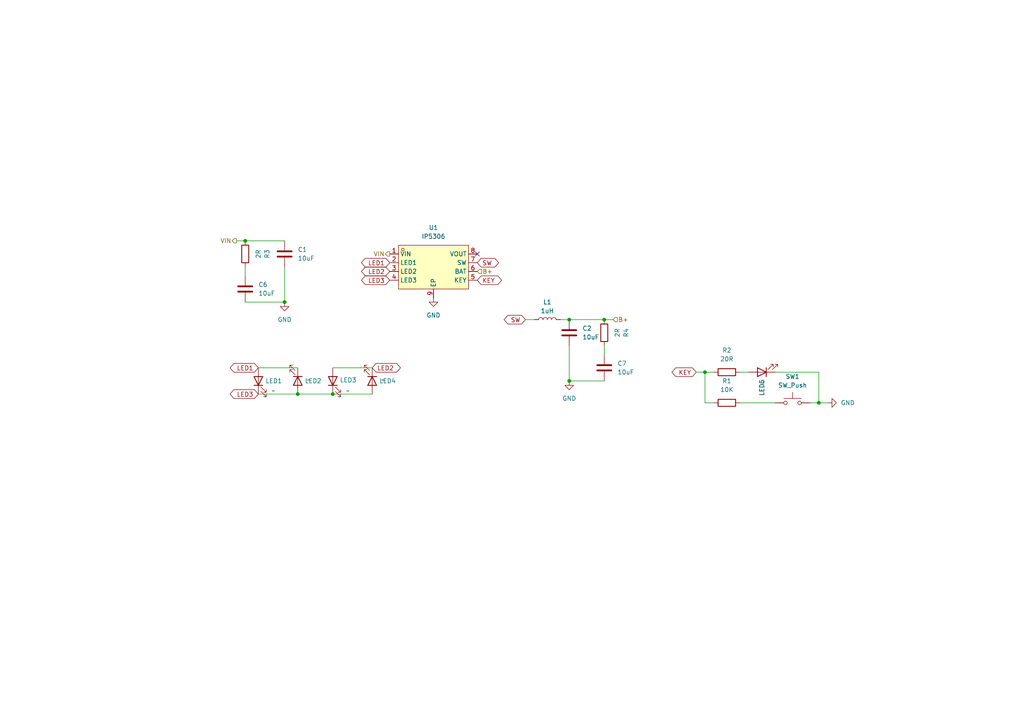
<source format=kicad_sch>
(kicad_sch (version 20231120) (generator "eeschema") (generator_version "8.0")
  (paper "A4")
  (lib_symbols
    (symbol "Device:C" (pin_numbers hide) (pin_names (offset 0.254))
      (property "Reference" "C" (at 0.635 2.54 0))
      (property "Value" "C" (at 0.635 -2.54 0))
      (symbol "C_0_1"
        (polyline (pts (xy -2.032 -0.762) (xy 2.032 -0.762)) (stroke (width 0.508)))
        (polyline (pts (xy -2.032 0.762) (xy 2.032 0.762)) (stroke (width 0.508)))
      )
      (symbol "C_1_1"
        (pin passive line (at 0 3.81 270) (length 2.794) (name "~") (number "1"))
        (pin passive line (at 0 -3.81 90) (length 2.794) (name "~") (number "2"))
      )
    )
    (symbol "Device:L" (pin_numbers hide) (pin_names (offset 1.016) hide)
      (property "Reference" "L" (at -1.27 0 90))
      (property "Value" "L" (at 1.905 0 90))
      (symbol "L_0_1"
        (arc (start 0 -2.54) (mid 0.6323 -1.905) (end 0 -1.27))
        (arc (start 0 -1.27) (mid 0.6323 -0.635) (end 0 0))
        (arc (start 0 0) (mid 0.6323 0.635) (end 0 1.27))
        (arc (start 0 1.27) (mid 0.6323 1.905) (end 0 2.54))
      )
      (symbol "L_1_1"
        (pin passive line (at 0 3.81 270) (length 1.27) (name "1") (number "1"))
        (pin passive line (at 0 -3.81 90) (length 1.27) (name "2") (number "2"))
      )
    )
    (symbol "Device:LED" (pin_numbers hide) (pin_names (offset 1.016) hide)
      (property "Reference" "D" (at 0 2.54 0))
      (property "Value" "LED" (at 0 -2.54 0))
      (symbol "LED_0_1"
        (polyline (pts (xy -1.27 -1.27) (xy -1.27 1.27)) (stroke (width 0.254)))
        (polyline (pts (xy -1.27 0) (xy 1.27 0)))
        (polyline (pts (xy 1.27 -1.27) (xy 1.27 1.27) (xy -1.27 0) (xy 1.27 -1.27)) (stroke (width 0.254)))
        (polyline (pts (xy -3.048 -0.762) (xy -4.572 -2.286) (xy -3.81 -2.286) (xy -4.572 -2.286) (xy -4.572 -1.524)))
        (polyline (pts (xy -1.778 -0.762) (xy -3.302 -2.286) (xy -2.54 -2.286) (xy -3.302 -2.286) (xy -3.302 -1.524)))
      )
      (symbol "LED_1_1"
        (pin passive line (at -3.81 0 0) (length 2.54) (name "K") (number "1"))
        (pin passive line (at 3.81 0 180) (length 2.54) (name "A") (number "2"))
      )
    )
    (symbol "Device:R" (pin_numbers hide) (pin_names (offset 0))
      (property "Reference" "R" (at 2.032 0 90))
      (property "Value" "R" (at 0 0 90))
      (symbol "R_0_1"
        (rectangle (start -1.016 -2.54) (end 1.016 2.54) (stroke (width 0.254)))
      )
      (symbol "R_1_1"
        (pin passive line (at 0 3.81 270) (length 1.27) (name "~") (number "1"))
        (pin passive line (at 0 -3.81 90) (length 1.27) (name "~") (number "2"))
      )
    )
    (symbol "Switch:SW_Push" (pin_numbers hide) (pin_names (offset 1.016) hide)
      (property "Reference" "SW" (at 1.27 2.54 0))
      (property "Value" "SW_Push" (at 0 -1.524 0))
      (symbol "SW_Push_0_1"
        (circle (center -2.032 0) (radius 0.508))
        (polyline (pts (xy 0 1.27) (xy 0 3.048)))
        (polyline (pts (xy 2.54 1.27) (xy -2.54 1.27)))
        (circle (center 2.032 0) (radius 0.508))
        (pin passive line (at -5.08 0 0) (length 2.54) (name "1") (number "1"))
        (pin passive line (at 5.08 0 180) (length 2.54) (name "2") (number "2"))
      )
    )
    (symbol "lcsc:IP5306"
      (property "Reference" "U" (at 0 7.366 0))
      (property "Value" "IP5306" (at -0.254 5.08 0))
      (symbol "IP5306_0_1"
        (rectangle (start -10.16 2.54) (end 10.16 -10.16) (fill (type background)))
        (circle (center -8.89 1.27) (radius 0.38))
      )
      (symbol "IP5306_1_1"
        (pin power_in line (at -12.7 0 0) (length 2.54) (name "VIN") (number "1"))
        (pin bidirectional line (at -12.7 -2.54 0) (length 2.54) (name "LED1") (number "2"))
        (pin bidirectional line (at -12.7 -5.08 0) (length 2.54) (name "LED2") (number "3"))
        (pin bidirectional line (at -12.7 -7.62 0) (length 2.54) (name "LED3") (number "4"))
        (pin passive line (at 12.7 -7.62 180) (length 2.54) (name "KEY") (number "5"))
        (pin passive line (at 12.7 -5.08 180) (length 2.54) (name "BAT") (number "6"))
        (pin passive line (at 12.7 -2.54 180) (length 2.54) (name "SW") (number "7"))
        (pin power_out line (at 12.7 0 180) (length 2.54) (name "VOUT") (number "8"))
        (pin power_in line (at 0 -12.7 90) (length 2.54) (name "EP") (number "9"))
      )
    )
    (symbol "power:GND" (power) (pin_numbers hide) (pin_names (offset 0) hide)
      (property "Value" "GND" (at 0 -3.81 0))
      (symbol "GND_0_1"
        (polyline (pts (xy 0 0) (xy 0 -1.27) (xy 1.27 -1.27) (xy 0 -2.54) (xy -1.27 -1.27) (xy 0 -1.27)))
      )
      (symbol "GND_1_1"
        (pin power_in line (at 0 0 270) (length 0) (name "~") (number "1"))
      )
    )
  )
  (junction (at 165.1 110.49))
  (junction (at 204.47 107.95))
  (junction (at 71.12 69.85))
  (junction (at 96.52 114.3))
  (junction (at 175.26 92.71))
  (junction (at 165.1 92.71))
  (junction (at 86.36 114.3))
  (junction (at 237.49 116.84))
  (junction (at 82.55 87.63))
  (no_connect (at 138.43 73.66))
  (wire (pts (xy 86.36 114.3) (xy 96.52 114.3)))
  (wire (pts (xy 224.79 107.95) (xy 237.49 107.95)))
  (wire (pts (xy 175.26 102.87) (xy 175.26 100.33)))
  (wire (pts (xy 71.12 69.85) (xy 82.55 69.85)))
  (wire (pts (xy 74.93 106.68) (xy 86.36 106.68)))
  (wire (pts (xy 82.55 87.63) (xy 82.55 77.47)))
  (wire (pts (xy 217.17 107.95) (xy 214.63 107.95)))
  (wire (pts (xy 71.12 87.63) (xy 82.55 87.63)))
  (wire (pts (xy 214.63 116.84) (xy 224.79 116.84)))
  (wire (pts (xy 201.93 107.95) (xy 204.47 107.95)))
  (wire (pts (xy 204.47 107.95) (xy 207.01 107.95)))
  (wire (pts (xy 204.47 116.84) (xy 204.47 107.95)))
  (wire (pts (xy 68.58 69.85) (xy 71.12 69.85)))
  (wire (pts (xy 165.1 92.71) (xy 175.26 92.71)))
  (wire (pts (xy 96.52 106.68) (xy 107.95 106.68)))
  (wire (pts (xy 175.26 92.71) (xy 177.8 92.71)))
  (wire (pts (xy 165.1 100.33) (xy 165.1 110.49)))
  (wire (pts (xy 96.52 114.3) (xy 107.95 114.3)))
  (wire (pts (xy 165.1 110.49) (xy 175.26 110.49)))
  (wire (pts (xy 74.93 114.3) (xy 86.36 114.3)))
  (wire (pts (xy 237.49 107.95) (xy 237.49 116.84)))
  (wire (pts (xy 71.12 80.01) (xy 71.12 77.47)))
  (wire (pts (xy 152.4 92.71) (xy 154.94 92.71)))
  (wire (pts (xy 237.49 116.84) (xy 234.95 116.84)))
  (wire (pts (xy 162.56 92.71) (xy 165.1 92.71)))
  (wire (pts (xy 240.03 116.84) (xy 237.49 116.84)))
  (wire (pts (xy 207.01 116.84) (xy 204.47 116.84)))
  (global_label "LED2" (shape bidirectional) (at 107.95 106.68 0) (property "Intersheetrefs" "${INTERSHEET_REFS}" (effects (hide yes))))
  (global_label "LED3" (shape bidirectional) (at 74.93 114.3 180) (property "Intersheetrefs" "${INTERSHEET_REFS}" (effects (hide yes))))
  (global_label "LED2" (shape bidirectional) (at 113.03 78.74 180) (property "Intersheetrefs" "${INTERSHEET_REFS}" (effects (hide yes))))
  (global_label "LED1" (shape bidirectional) (at 74.93 106.68 180) (property "Intersheetrefs" "${INTERSHEET_REFS}" (effects (hide yes))))
  (global_label "SW" (shape bidirectional) (at 152.4 92.71 180) (property "Intersheetrefs" "${INTERSHEET_REFS}" (effects (hide yes))))
  (global_label "SW" (shape bidirectional) (at 138.43 76.2 0) (property "Intersheetrefs" "${INTERSHEET_REFS}" (effects (hide yes))))
  (global_label "KEY" (shape bidirectional) (at 138.43 81.28 0) (property "Intersheetrefs" "${INTERSHEET_REFS}" (effects (hide yes))))
  (global_label "LED3" (shape bidirectional) (at 113.03 81.28 180) (property "Intersheetrefs" "${INTERSHEET_REFS}" (effects (hide yes))))
  (global_label "LED1" (shape bidirectional) (at 113.03 76.2 180) (property "Intersheetrefs" "${INTERSHEET_REFS}" (effects (hide yes))))
  (global_label "KEY" (shape bidirectional) (at 201.93 107.95 180) (property "Intersheetrefs" "${INTERSHEET_REFS}" (effects (hide yes))))
  (hierarchical_label "VIN" (shape output) (at 68.58 69.85 180))
  (hierarchical_label "B+" (shape input) (at 138.43 78.74 0))
  (hierarchical_label "VIN" (shape output) (at 113.03 73.66 180))
  (hierarchical_label "B+" (shape input) (at 177.8 92.71 0))
  (symbol (lib_id "Device:R") (at 71.12 73.66 0) (mirror y) (unit 1)
    (property "Reference" "R3" (at 77.47 73.66 90))
    (property "Value" "2R" (at 74.93 73.66 90))
    (property "Footprint" "Resistor_SMD:R_0402_1005Metric" (effects (hide yes)))
    (property "Description" "Resistor" (effects (hide yes)))
  )
  (symbol (lib_id "Device:LED") (at 86.36 110.49 270) (unit 1)
    (property "Reference" "LED2" (at 88.392 110.49 90) (effects (justify left)))
    (property "Value" "~" (at 88.9 110.1725 90) (effects (justify left)))
    (property "Footprint" "custom:LED_0805_2012Metric_Pad1.15x1.40mm_HandSolder_simple" (effects (hide yes)))
    (property "Description" "Light emitting diode" (effects (hide yes)))
  )
  (symbol (lib_id "power:GND") (at 165.1 110.49 0) (unit 1)
    (property "Reference" "#PWR028" (effects (hide yes)))
    (property "Value" "GND" (at 165.1 115.57 0))
    (property "Description" "Power symbol creates a global label with name \"GND\" , ground" (effects (hide yes)))
  )
  (symbol (lib_id "power:GND") (at 125.73 86.36 0) (unit 1)
    (property "Reference" "#PWR027" (effects (hide yes)))
    (property "Value" "GND" (at 125.73 91.44 0))
    (property "Description" "Power symbol creates a global label with name \"GND\" , ground" (effects (hide yes)))
  )
  (symbol (lib_id "Device:C") (at 82.55 73.66 0) (unit 1)
    (property "Reference" "C1" (at 86.36 72.3899 0) (effects (justify left)))
    (property "Value" "10uF" (at 86.36 74.9299 0) (effects (justify left)))
    (property "Footprint" "Capacitor_SMD:C_0402_1005Metric" (effects (hide yes)))
    (property "Description" "Unpolarized capacitor" (effects (hide yes)))
    (property "LCSC Part" "C15525" (effects (hide yes)))
  )
  (symbol (lib_id "Device:R") (at 210.82 107.95 90) (mirror x) (unit 1)
    (property "Reference" "R2" (at 210.82 101.6 90))
    (property "Value" "20R" (at 210.82 104.14 90))
    (property "Footprint" "Resistor_SMD:R_0805_2012Metric_Pad1.20x1.40mm_HandSolder" (effects (hide yes)))
    (property "Description" "Resistor" (effects (hide yes)))
  )
  (symbol (lib_id "Device:C") (at 165.1 96.52 0) (unit 1)
    (property "Reference" "C2" (at 168.91 95.2499 0) (effects (justify left)))
    (property "Value" "10uF" (at 168.91 97.7899 0) (effects (justify left)))
    (property "Footprint" "Capacitor_SMD:C_0402_1005Metric" (effects (hide yes)))
    (property "Description" "Unpolarized capacitor" (effects (hide yes)))
    (property "LCSC Part" "C15525" (effects (hide yes)))
  )
  (symbol (lib_id "lcsc:IP5306") (at 125.73 73.66 0) (unit 1)
    (property "Reference" "U1" (at 125.73 66.04 0))
    (property "Value" "IP5306" (at 125.73 68.58 0))
    (property "Footprint" "custom:SOIC-8-1EP_3.9x4.9mm_P1.27mm_EP2.41x3.3mm_ThermalVias_CustomVias_Large" (effects (hide yes)))
    (property "Datasheet" "https://lcsc.com/product-detail/PMIC-Battery-Management_IP5306_C181692.html" (effects (hide yes)))
    (property "LCSC Part" "C181692" (effects (hide yes)))
  )
  (symbol (lib_id "Device:LED") (at 96.52 110.49 90) (unit 1)
    (property "Reference" "LED3" (at 98.552 110.236 90) (effects (justify right)))
    (property "Value" "~" (at 100.33 113.3474 90) (effects (justify right)))
    (property "Footprint" "custom:LED_0805_2012Metric_Pad1.15x1.40mm_HandSolder_simple" (effects (hide yes)))
    (property "Description" "Light emitting diode" (effects (hide yes)))
  )
  (symbol (lib_id "power:GND") (at 82.55 87.63 0) (unit 1)
    (property "Reference" "#PWR025" (effects (hide yes)))
    (property "Value" "GND" (at 82.55 92.71 0))
    (property "Description" "Power symbol creates a global label with name \"GND\" , ground" (effects (hide yes)))
  )
  (symbol (lib_id "Device:L") (at 158.75 92.71 90) (unit 1)
    (property "Reference" "L1" (at 158.75 87.63 90))
    (property "Value" "1uH" (at 158.75 90.17 90))
    (property "Footprint" "custom:Inductor_Multi_7.0x6.6_plus" (effects (hide yes)))
    (property "Description" "Inductor" (effects (hide yes)))
    (property "LCSC Part" "C5832376" (effects (hide yes)))
  )
  (symbol (lib_id "power:GND") (at 240.03 116.84 90) (unit 1)
    (property "Reference" "#PWR029" (effects (hide yes)))
    (property "Value" "GND" (at 243.84 116.8399 90) (effects (justify right)))
    (property "Description" "Power symbol creates a global label with name \"GND\" , ground" (effects (hide yes)))
  )
  (symbol (lib_id "Device:C") (at 71.12 83.82 0) (unit 1)
    (property "Reference" "C6" (at 74.93 82.5499 0) (effects (justify left)))
    (property "Value" "10uF" (at 74.93 85.0899 0) (effects (justify left)))
    (property "Footprint" "Capacitor_SMD:C_0402_1005Metric" (effects (hide yes)))
    (property "Description" "Unpolarized capacitor" (effects (hide yes)))
    (property "LCSC Part" "C15525" (effects (hide yes)))
  )
  (symbol (lib_id "Device:LED") (at 107.95 110.49 270) (unit 1)
    (property "Reference" "LED4" (at 109.982 110.49 90) (effects (justify left)))
    (property "Value" "~" (at 110.49 110.1725 90) (effects (justify left)))
    (property "Footprint" "custom:LED_0805_2012Metric_Pad1.15x1.40mm_HandSolder_simple" (effects (hide yes)))
    (property "Description" "Light emitting diode" (effects (hide yes)))
  )
  (symbol (lib_id "Device:R") (at 175.26 96.52 0) (mirror y) (unit 1)
    (property "Reference" "R4" (at 181.61 96.52 90))
    (property "Value" "2R" (at 179.07 96.52 90))
    (property "Footprint" "Resistor_SMD:R_0402_1005Metric" (effects (hide yes)))
    (property "Description" "Resistor" (effects (hide yes)))
  )
  (symbol (lib_id "Switch:SW_Push") (at 229.87 116.84 0) (unit 1)
    (property "Reference" "SW1" (at 229.87 109.22 0))
    (property "Value" "SW_Push" (at 229.87 111.76 0))
    (property "Footprint" "custom:Push-Button-SMD-4x4x1.5mm_2P_Large_Pads" (effects (hide yes)))
    (property "Description" "Push button switch, generic, two pins" (effects (hide yes)))
  )
  (symbol (lib_id "Device:C") (at 175.26 106.68 0) (unit 1)
    (property "Reference" "C7" (at 179.07 105.4099 0) (effects (justify left)))
    (property "Value" "10uF" (at 179.07 107.9499 0) (effects (justify left)))
    (property "Footprint" "Capacitor_SMD:C_0402_1005Metric" (effects (hide yes)))
    (property "Description" "Unpolarized capacitor" (effects (hide yes)))
    (property "LCSC Part" "C15525" (effects (hide yes)))
  )
  (symbol (lib_id "Device:R") (at 210.82 116.84 90) (mirror x) (unit 1)
    (property "Reference" "R1" (at 210.82 110.49 90))
    (property "Value" "10K" (at 210.82 113.03 90))
    (property "Footprint" "Resistor_SMD:R_0402_1005Metric" (effects (hide yes)))
    (property "Description" "Resistor" (effects (hide yes)))
    (property "LCSC Part" "C25744" (effects (hide yes)))
  )
  (symbol (lib_id "Device:LED") (at 220.98 107.95 180) (unit 1)
    (property "Reference" "LED5" (at 220.98 109.982 90) (effects (justify left)))
    (property "Value" "~" (at 221.2975 110.49 90) (effects (justify left)))
    (property "Footprint" "lcsc:LED-SMD_3P-L5.7-W3.0-RD" (effects (hide yes)))
    (property "Description" "Light emitting diode" (effects (hide yes)))
  )
  (symbol (lib_id "Device:LED") (at 74.93 110.49 90) (unit 1)
    (property "Reference" "LED1" (at 76.962 110.49 90) (effects (justify right)))
    (property "Value" "~" (at 78.74 113.3475 90) (effects (justify right)))
    (property "Footprint" "custom:LED_0805_2012Metric_Pad1.15x1.40mm_HandSolder_simple" (effects (hide yes)))
    (property "Description" "Light emitting diode" (effects (hide yes)))
  )
)
</source>
